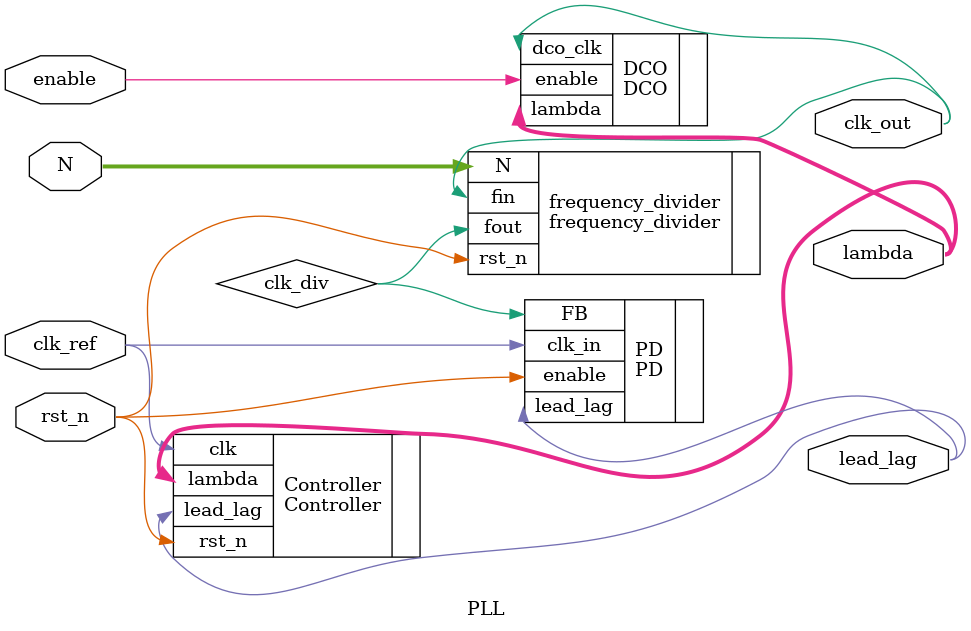
<source format=v>
`include "../2.Gate_level_simulation/PD_syn.v"
`include "../2.Gate_level_simulation/DCO_syn.v"
`include "../2.Gate_level_simulation/frequency_divider_syn.v"
`include "Controller.v"

module PLL (
    input         clk_ref,
    input         rst_n,
    input         enable,
    input  [3:0]  N,
    output        clk_out,
    output        lead_lag,
    output [7:0]  lambda
);

    wire          clk_div;

    Controller Controller (
        .lead_lag (lead_lag),
        .clk      (clk_ref),
        .rst_n    (rst_n),
        .lambda   (lambda)
    );

    PD PD (
        .clk_in   (clk_ref),
        .FB       (clk_div),
        .enable   (rst_n),
        .lead_lag (lead_lag)
    );

    DCO DCO (
        .enable   (enable),
        .lambda   (lambda),
        .dco_clk  (clk_out)
    );

    frequency_divider frequency_divider (
        .fin      (clk_out),
        .N        (N),
        .rst_n    (rst_n),
        .fout     (clk_div)
    );

endmodule
</source>
